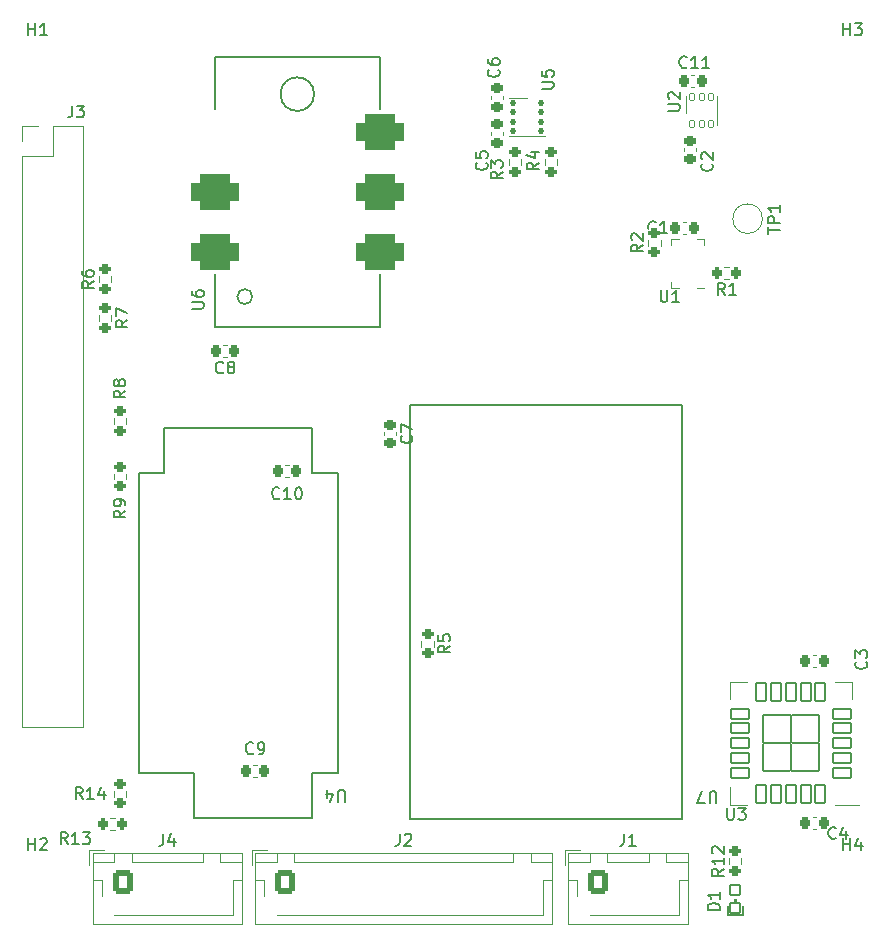
<source format=gbr>
%TF.GenerationSoftware,KiCad,Pcbnew,(6.0.1)*%
%TF.CreationDate,2023-01-07T23:02:53-08:00*%
%TF.ProjectId,Air Quality Sensor - R1,41697220-5175-4616-9c69-74792053656e,rev?*%
%TF.SameCoordinates,Original*%
%TF.FileFunction,Legend,Top*%
%TF.FilePolarity,Positive*%
%FSLAX46Y46*%
G04 Gerber Fmt 4.6, Leading zero omitted, Abs format (unit mm)*
G04 Created by KiCad (PCBNEW (6.0.1)) date 2023-01-07 23:02:53*
%MOMM*%
%LPD*%
G01*
G04 APERTURE LIST*
G04 Aperture macros list*
%AMRoundRect*
0 Rectangle with rounded corners*
0 $1 Rounding radius*
0 $2 $3 $4 $5 $6 $7 $8 $9 X,Y pos of 4 corners*
0 Add a 4 corners polygon primitive as box body*
4,1,4,$2,$3,$4,$5,$6,$7,$8,$9,$2,$3,0*
0 Add four circle primitives for the rounded corners*
1,1,$1+$1,$2,$3*
1,1,$1+$1,$4,$5*
1,1,$1+$1,$6,$7*
1,1,$1+$1,$8,$9*
0 Add four rect primitives between the rounded corners*
20,1,$1+$1,$2,$3,$4,$5,0*
20,1,$1+$1,$4,$5,$6,$7,0*
20,1,$1+$1,$6,$7,$8,$9,0*
20,1,$1+$1,$8,$9,$2,$3,0*%
%AMOutline4P*
0 Free polygon, 4 corners , with rotation*
0 The origin of the aperture is its center*
0 number of corners: always 4*
0 $1 to $8 corner X, Y*
0 $9 Rotation angle, in degrees counterclockwise*
0 create outline with 4 corners*
4,1,4,$1,$2,$3,$4,$5,$6,$7,$8,$1,$2,$9*%
%AMFreePoly0*
4,1,31,0.644127,0.901197,0.647663,0.899733,0.674733,0.872663,0.676197,0.869127,0.680000,0.850000,0.680000,-0.850000,0.676197,-0.869127,0.674733,-0.872663,0.647663,-0.899733,0.644127,-0.901197,0.625000,-0.905000,-0.625000,-0.905000,-0.644127,-0.901197,-0.647663,-0.899733,-0.674733,-0.872663,-0.676197,-0.869127,-0.680000,-0.850000,-0.680000,0.549998,-0.675515,0.549998,-0.676193,0.569138,
-0.674728,0.572674,-0.663891,0.588891,-0.363891,0.888890,-0.363891,0.888891,-0.347663,0.899733,-0.345895,0.900465,-0.344149,0.901189,-0.324998,0.900512,-0.324998,0.905000,0.625000,0.905000,0.644127,0.901197,0.644127,0.901197,$1*%
G04 Aperture macros list end*
%ADD10C,0.150000*%
%ADD11C,0.120000*%
%ADD12C,0.100000*%
%ADD13RoundRect,0.200000X0.275000X-0.200000X0.275000X0.200000X-0.275000X0.200000X-0.275000X-0.200000X0*%
%ADD14RoundRect,0.200000X0.200000X0.275000X-0.200000X0.275000X-0.200000X-0.275000X0.200000X-0.275000X0*%
%ADD15RoundRect,0.200000X-0.275000X0.200000X-0.275000X-0.200000X0.275000X-0.200000X0.275000X0.200000X0*%
%ADD16RoundRect,0.225000X-0.225000X-0.250000X0.225000X-0.250000X0.225000X0.250000X-0.225000X0.250000X0*%
%ADD17RoundRect,0.225000X0.225000X0.250000X-0.225000X0.250000X-0.225000X-0.250000X0.225000X-0.250000X0*%
%ADD18RoundRect,0.225000X-0.250000X0.225000X-0.250000X-0.225000X0.250000X-0.225000X0.250000X0.225000X0*%
%ADD19C,0.800000*%
%ADD20C,6.400000*%
%ADD21C,5.000000*%
%ADD22R,1.700000X1.700000*%
%ADD23O,1.700000X1.700000*%
%ADD24O,1.700000X1.950000*%
%ADD25RoundRect,0.250000X-0.600000X-0.725000X0.600000X-0.725000X0.600000X0.725000X-0.600000X0.725000X0*%
%ADD26C,1.200000*%
%ADD27FreePoly0,90.000000*%
%ADD28RoundRect,0.050000X0.200000X-0.275000X0.200000X0.275000X-0.200000X0.275000X-0.200000X-0.275000X0*%
%ADD29RoundRect,0.125000X-0.137500X0.125000X-0.137500X-0.125000X0.137500X-0.125000X0.137500X0.125000X0*%
%ADD30C,2.200000*%
%ADD31R,1.778000X1.778000*%
%ADD32C,1.778000*%
%ADD33R,4.000000X3.000000*%
%ADD34RoundRect,0.750000X-1.250000X-0.750000X1.250000X-0.750000X1.250000X0.750000X-1.250000X0.750000X0*%
%ADD35R,1.000000X0.300000*%
%ADD36Outline4P,-0.650000X-0.150000X0.650000X-0.150000X0.350000X0.150000X-0.350000X0.150000X180.000000*%
%ADD37R,1.300000X2.200000*%
%ADD38R,0.600000X0.400000*%
%ADD39RoundRect,0.100000X-0.750000X0.400000X-0.750000X-0.400000X0.750000X-0.400000X0.750000X0.400000X0*%
%ADD40RoundRect,0.100000X0.400000X0.750000X-0.400000X0.750000X-0.400000X-0.750000X0.400000X-0.750000X0*%
%ADD41RoundRect,0.100000X1.200000X1.200000X-1.200000X1.200000X-1.200000X-1.200000X1.200000X-1.200000X0*%
%ADD42C,1.905000*%
%ADD43R,1.905000X1.905000*%
%ADD44RoundRect,0.225000X0.250000X-0.225000X0.250000X0.225000X-0.250000X0.225000X-0.250000X-0.225000X0*%
%ADD45C,2.000000*%
%ADD46RoundRect,0.101600X0.400000X0.400000X-0.400000X0.400000X-0.400000X-0.400000X0.400000X-0.400000X0*%
%ADD47C,0.889000*%
G04 APERTURE END LIST*
D10*
%TO.C,R14*%
X6817130Y11069519D02*
X6483797Y11545709D01*
X6245702Y11069519D02*
X6245702Y12069519D01*
X6626654Y12069519D01*
X6721892Y12021900D01*
X6769511Y11974280D01*
X6817130Y11879042D01*
X6817130Y11736185D01*
X6769511Y11640947D01*
X6721892Y11593328D01*
X6626654Y11545709D01*
X6245702Y11545709D01*
X7769511Y11069519D02*
X7198083Y11069519D01*
X7483797Y11069519D02*
X7483797Y12069519D01*
X7388559Y11926661D01*
X7293321Y11831423D01*
X7198083Y11783804D01*
X8626654Y11736185D02*
X8626654Y11069519D01*
X8388559Y12117138D02*
X8150464Y11402852D01*
X8769511Y11402852D01*
%TO.C,R13*%
X5547130Y7259519D02*
X5213797Y7735709D01*
X4975702Y7259519D02*
X4975702Y8259519D01*
X5356654Y8259519D01*
X5451892Y8211900D01*
X5499511Y8164280D01*
X5547130Y8069042D01*
X5547130Y7926185D01*
X5499511Y7830947D01*
X5451892Y7783328D01*
X5356654Y7735709D01*
X4975702Y7735709D01*
X6499511Y7259519D02*
X5928083Y7259519D01*
X6213797Y7259519D02*
X6213797Y8259519D01*
X6118559Y8116661D01*
X6023321Y8021423D01*
X5928083Y7973804D01*
X6832845Y8259519D02*
X7451892Y8259519D01*
X7118559Y7878566D01*
X7261416Y7878566D01*
X7356654Y7830947D01*
X7404273Y7783328D01*
X7451892Y7688090D01*
X7451892Y7449995D01*
X7404273Y7354757D01*
X7356654Y7307138D01*
X7261416Y7259519D01*
X6975702Y7259519D01*
X6880464Y7307138D01*
X6832845Y7354757D01*
%TO.C,R12*%
X61092368Y5164042D02*
X60616178Y4830709D01*
X61092368Y4592614D02*
X60092368Y4592614D01*
X60092368Y4973566D01*
X60139988Y5068804D01*
X60187607Y5116423D01*
X60282845Y5164042D01*
X60425702Y5164042D01*
X60520940Y5116423D01*
X60568559Y5068804D01*
X60616178Y4973566D01*
X60616178Y4592614D01*
X61092368Y6116423D02*
X61092368Y5544995D01*
X61092368Y5830709D02*
X60092368Y5830709D01*
X60235226Y5735471D01*
X60330464Y5640233D01*
X60378083Y5544995D01*
X60187607Y6497376D02*
X60139988Y6544995D01*
X60092368Y6640233D01*
X60092368Y6878328D01*
X60139988Y6973566D01*
X60187607Y7021185D01*
X60282845Y7068804D01*
X60378083Y7068804D01*
X60520940Y7021185D01*
X61092368Y6449757D01*
X61092368Y7068804D01*
%TO.C,R9*%
X10452368Y35485233D02*
X9976178Y35151900D01*
X10452368Y34913804D02*
X9452368Y34913804D01*
X9452368Y35294757D01*
X9499988Y35389995D01*
X9547607Y35437614D01*
X9642845Y35485233D01*
X9785702Y35485233D01*
X9880940Y35437614D01*
X9928559Y35389995D01*
X9976178Y35294757D01*
X9976178Y34913804D01*
X10452368Y35961423D02*
X10452368Y36151900D01*
X10404749Y36247138D01*
X10357130Y36294757D01*
X10214273Y36389995D01*
X10023797Y36437614D01*
X9642845Y36437614D01*
X9547607Y36389995D01*
X9499988Y36342376D01*
X9452368Y36247138D01*
X9452368Y36056661D01*
X9499988Y35961423D01*
X9547607Y35913804D01*
X9642845Y35866185D01*
X9880940Y35866185D01*
X9976178Y35913804D01*
X10023797Y35961423D01*
X10071416Y36056661D01*
X10071416Y36247138D01*
X10023797Y36342376D01*
X9976178Y36389995D01*
X9880940Y36437614D01*
%TO.C,R8*%
X10452368Y45645233D02*
X9976178Y45311900D01*
X10452368Y45073804D02*
X9452368Y45073804D01*
X9452368Y45454757D01*
X9499988Y45549995D01*
X9547607Y45597614D01*
X9642845Y45645233D01*
X9785702Y45645233D01*
X9880940Y45597614D01*
X9928559Y45549995D01*
X9976178Y45454757D01*
X9976178Y45073804D01*
X9880940Y46216661D02*
X9833321Y46121423D01*
X9785702Y46073804D01*
X9690464Y46026185D01*
X9642845Y46026185D01*
X9547607Y46073804D01*
X9499988Y46121423D01*
X9452368Y46216661D01*
X9452368Y46407138D01*
X9499988Y46502376D01*
X9547607Y46549995D01*
X9642845Y46597614D01*
X9690464Y46597614D01*
X9785702Y46549995D01*
X9833321Y46502376D01*
X9880940Y46407138D01*
X9880940Y46216661D01*
X9928559Y46121423D01*
X9976178Y46073804D01*
X10071416Y46026185D01*
X10261892Y46026185D01*
X10357130Y46073804D01*
X10404749Y46121423D01*
X10452368Y46216661D01*
X10452368Y46407138D01*
X10404749Y46502376D01*
X10357130Y46549995D01*
X10261892Y46597614D01*
X10071416Y46597614D01*
X9976178Y46549995D01*
X9928559Y46502376D01*
X9880940Y46407138D01*
%TO.C,R7*%
X10612368Y51614233D02*
X10136178Y51280900D01*
X10612368Y51042804D02*
X9612368Y51042804D01*
X9612368Y51423757D01*
X9659988Y51518995D01*
X9707607Y51566614D01*
X9802845Y51614233D01*
X9945702Y51614233D01*
X10040940Y51566614D01*
X10088559Y51518995D01*
X10136178Y51423757D01*
X10136178Y51042804D01*
X9612368Y51947566D02*
X9612368Y52614233D01*
X10612368Y52185661D01*
%TO.C,R6*%
X7752368Y54916233D02*
X7276178Y54582900D01*
X7752368Y54344804D02*
X6752368Y54344804D01*
X6752368Y54725757D01*
X6799988Y54820995D01*
X6847607Y54868614D01*
X6942845Y54916233D01*
X7085702Y54916233D01*
X7180940Y54868614D01*
X7228559Y54820995D01*
X7276178Y54725757D01*
X7276178Y54344804D01*
X6752368Y55773376D02*
X6752368Y55582900D01*
X6799988Y55487661D01*
X6847607Y55440042D01*
X6990464Y55344804D01*
X7180940Y55297185D01*
X7561892Y55297185D01*
X7657130Y55344804D01*
X7704749Y55392423D01*
X7752368Y55487661D01*
X7752368Y55678138D01*
X7704749Y55773376D01*
X7657130Y55820995D01*
X7561892Y55868614D01*
X7323797Y55868614D01*
X7228559Y55820995D01*
X7180940Y55773376D01*
X7133321Y55678138D01*
X7133321Y55487661D01*
X7180940Y55392423D01*
X7228559Y55344804D01*
X7323797Y55297185D01*
%TO.C,R5*%
X37917368Y24055233D02*
X37441178Y23721900D01*
X37917368Y23483804D02*
X36917368Y23483804D01*
X36917368Y23864757D01*
X36964988Y23959995D01*
X37012607Y24007614D01*
X37107845Y24055233D01*
X37250702Y24055233D01*
X37345940Y24007614D01*
X37393559Y23959995D01*
X37441178Y23864757D01*
X37441178Y23483804D01*
X36917368Y24959995D02*
X36917368Y24483804D01*
X37393559Y24436185D01*
X37345940Y24483804D01*
X37298321Y24579042D01*
X37298321Y24817138D01*
X37345940Y24912376D01*
X37393559Y24959995D01*
X37488797Y25007614D01*
X37726892Y25007614D01*
X37822130Y24959995D01*
X37869749Y24912376D01*
X37917368Y24817138D01*
X37917368Y24579042D01*
X37869749Y24483804D01*
X37822130Y24436185D01*
%TO.C,C10*%
X23484642Y36564757D02*
X23437023Y36517138D01*
X23294166Y36469519D01*
X23198928Y36469519D01*
X23056071Y36517138D01*
X22960833Y36612376D01*
X22913214Y36707614D01*
X22865595Y36898090D01*
X22865595Y37040947D01*
X22913214Y37231423D01*
X22960833Y37326661D01*
X23056071Y37421900D01*
X23198928Y37469519D01*
X23294166Y37469519D01*
X23437023Y37421900D01*
X23484642Y37374280D01*
X24437023Y36469519D02*
X23865595Y36469519D01*
X24151309Y36469519D02*
X24151309Y37469519D01*
X24056071Y37326661D01*
X23960833Y37231423D01*
X23865595Y37183804D01*
X25056071Y37469519D02*
X25151309Y37469519D01*
X25246547Y37421900D01*
X25294166Y37374280D01*
X25341785Y37279042D01*
X25389404Y37088566D01*
X25389404Y36850471D01*
X25341785Y36659995D01*
X25294166Y36564757D01*
X25246547Y36517138D01*
X25151309Y36469519D01*
X25056071Y36469519D01*
X24960833Y36517138D01*
X24913214Y36564757D01*
X24865595Y36659995D01*
X24817976Y36850471D01*
X24817976Y37088566D01*
X24865595Y37279042D01*
X24913214Y37374280D01*
X24960833Y37421900D01*
X25056071Y37469519D01*
%TO.C,C9*%
X21263321Y14974757D02*
X21215702Y14927138D01*
X21072845Y14879519D01*
X20977607Y14879519D01*
X20834749Y14927138D01*
X20739511Y15022376D01*
X20691892Y15117614D01*
X20644273Y15308090D01*
X20644273Y15450947D01*
X20691892Y15641423D01*
X20739511Y15736661D01*
X20834749Y15831900D01*
X20977607Y15879519D01*
X21072845Y15879519D01*
X21215702Y15831900D01*
X21263321Y15784280D01*
X21739511Y14879519D02*
X21929988Y14879519D01*
X22025226Y14927138D01*
X22072845Y14974757D01*
X22168083Y15117614D01*
X22215702Y15308090D01*
X22215702Y15689042D01*
X22168083Y15784280D01*
X22120464Y15831900D01*
X22025226Y15879519D01*
X21834749Y15879519D01*
X21739511Y15831900D01*
X21691892Y15784280D01*
X21644273Y15689042D01*
X21644273Y15450947D01*
X21691892Y15355709D01*
X21739511Y15308090D01*
X21834749Y15260471D01*
X22025226Y15260471D01*
X22120464Y15308090D01*
X22168083Y15355709D01*
X22215702Y15450947D01*
%TO.C,C8*%
X18723321Y47199757D02*
X18675702Y47152138D01*
X18532845Y47104519D01*
X18437607Y47104519D01*
X18294749Y47152138D01*
X18199511Y47247376D01*
X18151892Y47342614D01*
X18104273Y47533090D01*
X18104273Y47675947D01*
X18151892Y47866423D01*
X18199511Y47961661D01*
X18294749Y48056900D01*
X18437607Y48104519D01*
X18532845Y48104519D01*
X18675702Y48056900D01*
X18723321Y48009280D01*
X19294749Y47675947D02*
X19199511Y47723566D01*
X19151892Y47771185D01*
X19104273Y47866423D01*
X19104273Y47914042D01*
X19151892Y48009280D01*
X19199511Y48056900D01*
X19294749Y48104519D01*
X19485226Y48104519D01*
X19580464Y48056900D01*
X19628083Y48009280D01*
X19675702Y47914042D01*
X19675702Y47866423D01*
X19628083Y47771185D01*
X19580464Y47723566D01*
X19485226Y47675947D01*
X19294749Y47675947D01*
X19199511Y47628328D01*
X19151892Y47580709D01*
X19104273Y47485471D01*
X19104273Y47294995D01*
X19151892Y47199757D01*
X19199511Y47152138D01*
X19294749Y47104519D01*
X19485226Y47104519D01*
X19580464Y47152138D01*
X19628083Y47199757D01*
X19675702Y47294995D01*
X19675702Y47485471D01*
X19628083Y47580709D01*
X19580464Y47628328D01*
X19485226Y47675947D01*
%TO.C,C7*%
X34647130Y41835233D02*
X34694749Y41787614D01*
X34742368Y41644757D01*
X34742368Y41549519D01*
X34694749Y41406661D01*
X34599511Y41311423D01*
X34504273Y41263804D01*
X34313797Y41216185D01*
X34170940Y41216185D01*
X33980464Y41263804D01*
X33885226Y41311423D01*
X33789988Y41406661D01*
X33742368Y41549519D01*
X33742368Y41644757D01*
X33789988Y41787614D01*
X33837607Y41835233D01*
X33742368Y42168566D02*
X33742368Y42835233D01*
X34742368Y42406661D01*
%TO.C,H4*%
X71238095Y6747619D02*
X71238095Y7747619D01*
X71238095Y7271428D02*
X71809523Y7271428D01*
X71809523Y6747619D02*
X71809523Y7747619D01*
X72714285Y7414285D02*
X72714285Y6747619D01*
X72476190Y7795238D02*
X72238095Y7080952D01*
X72857142Y7080952D01*
%TO.C,H3*%
X71238095Y75747619D02*
X71238095Y76747619D01*
X71238095Y76271428D02*
X71809523Y76271428D01*
X71809523Y75747619D02*
X71809523Y76747619D01*
X72190476Y76747619D02*
X72809523Y76747619D01*
X72476190Y76366666D01*
X72619047Y76366666D01*
X72714285Y76319047D01*
X72761904Y76271428D01*
X72809523Y76176190D01*
X72809523Y75938095D01*
X72761904Y75842857D01*
X72714285Y75795238D01*
X72619047Y75747619D01*
X72333333Y75747619D01*
X72238095Y75795238D01*
X72190476Y75842857D01*
%TO.C,H2*%
X2238095Y6747619D02*
X2238095Y7747619D01*
X2238095Y7271428D02*
X2809523Y7271428D01*
X2809523Y6747619D02*
X2809523Y7747619D01*
X3238095Y7652380D02*
X3285714Y7700000D01*
X3380952Y7747619D01*
X3619047Y7747619D01*
X3714285Y7700000D01*
X3761904Y7652380D01*
X3809523Y7557142D01*
X3809523Y7461904D01*
X3761904Y7319047D01*
X3190476Y6747619D01*
X3809523Y6747619D01*
%TO.C,H1*%
X2238095Y75747619D02*
X2238095Y76747619D01*
X2238095Y76271428D02*
X2809523Y76271428D01*
X2809523Y75747619D02*
X2809523Y76747619D01*
X3809523Y75747619D02*
X3238095Y75747619D01*
X3523809Y75747619D02*
X3523809Y76747619D01*
X3428571Y76604761D01*
X3333333Y76509523D01*
X3238095Y76461904D01*
%TO.C,*%
%TO.C,J3*%
X5934654Y69778519D02*
X5934654Y69064233D01*
X5887035Y68921376D01*
X5791797Y68826138D01*
X5648940Y68778519D01*
X5553702Y68778519D01*
X6315607Y69778519D02*
X6934654Y69778519D01*
X6601321Y69397566D01*
X6744178Y69397566D01*
X6839416Y69349947D01*
X6887035Y69302328D01*
X6934654Y69207090D01*
X6934654Y68968995D01*
X6887035Y68873757D01*
X6839416Y68826138D01*
X6744178Y68778519D01*
X6458464Y68778519D01*
X6363226Y68826138D01*
X6315607Y68873757D01*
%TO.C,*%
%TO.C,C3*%
X73151142Y22703333D02*
X73198761Y22655714D01*
X73246380Y22512857D01*
X73246380Y22417619D01*
X73198761Y22274761D01*
X73103523Y22179523D01*
X73008285Y22131904D01*
X72817809Y22084285D01*
X72674952Y22084285D01*
X72484476Y22131904D01*
X72389238Y22179523D01*
X72294000Y22274761D01*
X72246380Y22417619D01*
X72246380Y22512857D01*
X72294000Y22655714D01*
X72341619Y22703333D01*
X72246380Y23036666D02*
X72246380Y23655714D01*
X72627333Y23322380D01*
X72627333Y23465238D01*
X72674952Y23560476D01*
X72722571Y23608095D01*
X72817809Y23655714D01*
X73055904Y23655714D01*
X73151142Y23608095D01*
X73198761Y23560476D01*
X73246380Y23465238D01*
X73246380Y23179523D01*
X73198761Y23084285D01*
X73151142Y23036666D01*
%TO.C,J4*%
X13666666Y8122619D02*
X13666666Y7408333D01*
X13619047Y7265476D01*
X13523809Y7170238D01*
X13380952Y7122619D01*
X13285714Y7122619D01*
X14571428Y7789285D02*
X14571428Y7122619D01*
X14333333Y8170238D02*
X14095238Y7455952D01*
X14714285Y7455952D01*
%TO.C,C2*%
X60105642Y64865333D02*
X60153261Y64817714D01*
X60200880Y64674857D01*
X60200880Y64579619D01*
X60153261Y64436761D01*
X60058023Y64341523D01*
X59962785Y64293904D01*
X59772309Y64246285D01*
X59629452Y64246285D01*
X59438976Y64293904D01*
X59343738Y64341523D01*
X59248500Y64436761D01*
X59200880Y64579619D01*
X59200880Y64674857D01*
X59248500Y64817714D01*
X59296119Y64865333D01*
X59296119Y65246285D02*
X59248500Y65293904D01*
X59200880Y65389142D01*
X59200880Y65627238D01*
X59248500Y65722476D01*
X59296119Y65770095D01*
X59391357Y65817714D01*
X59486595Y65817714D01*
X59629452Y65770095D01*
X60200880Y65198666D01*
X60200880Y65817714D01*
%TO.C,C11*%
X57976222Y73056857D02*
X57928603Y73009238D01*
X57785746Y72961619D01*
X57690508Y72961619D01*
X57547651Y73009238D01*
X57452413Y73104476D01*
X57404794Y73199714D01*
X57357175Y73390190D01*
X57357175Y73533047D01*
X57404794Y73723523D01*
X57452413Y73818761D01*
X57547651Y73914000D01*
X57690508Y73961619D01*
X57785746Y73961619D01*
X57928603Y73914000D01*
X57976222Y73866380D01*
X58928603Y72961619D02*
X58357175Y72961619D01*
X58642889Y72961619D02*
X58642889Y73961619D01*
X58547651Y73818761D01*
X58452413Y73723523D01*
X58357175Y73675904D01*
X59880984Y72961619D02*
X59309556Y72961619D01*
X59595270Y72961619D02*
X59595270Y73961619D01*
X59500032Y73818761D01*
X59404794Y73723523D01*
X59309556Y73675904D01*
%TO.C,C1*%
X55343333Y59090857D02*
X55295714Y59043238D01*
X55152857Y58995619D01*
X55057619Y58995619D01*
X54914761Y59043238D01*
X54819523Y59138476D01*
X54771904Y59233714D01*
X54724285Y59424190D01*
X54724285Y59567047D01*
X54771904Y59757523D01*
X54819523Y59852761D01*
X54914761Y59948000D01*
X55057619Y59995619D01*
X55152857Y59995619D01*
X55295714Y59948000D01*
X55343333Y59900380D01*
X56295714Y58995619D02*
X55724285Y58995619D01*
X56010000Y58995619D02*
X56010000Y59995619D01*
X55914761Y59852761D01*
X55819523Y59757523D01*
X55724285Y59709904D01*
%TO.C,U2*%
X56406880Y69350095D02*
X57216404Y69350095D01*
X57311642Y69397714D01*
X57359261Y69445333D01*
X57406880Y69540571D01*
X57406880Y69731047D01*
X57359261Y69826285D01*
X57311642Y69873904D01*
X57216404Y69921523D01*
X56406880Y69921523D01*
X56502119Y70350095D02*
X56454500Y70397714D01*
X56406880Y70492952D01*
X56406880Y70731047D01*
X56454500Y70826285D01*
X56502119Y70873904D01*
X56597357Y70921523D01*
X56692595Y70921523D01*
X56835452Y70873904D01*
X57406880Y70302476D01*
X57406880Y70921523D01*
%TO.C,J2*%
X33666666Y8122619D02*
X33666666Y7408333D01*
X33619047Y7265476D01*
X33523809Y7170238D01*
X33380952Y7122619D01*
X33285714Y7122619D01*
X34095238Y8027380D02*
X34142857Y8075000D01*
X34238095Y8122619D01*
X34476190Y8122619D01*
X34571428Y8075000D01*
X34619047Y8027380D01*
X34666666Y7932142D01*
X34666666Y7836904D01*
X34619047Y7694047D01*
X34047619Y7122619D01*
X34666666Y7122619D01*
%TO.C,U5*%
X45698380Y71223095D02*
X46507904Y71223095D01*
X46603142Y71270714D01*
X46650761Y71318333D01*
X46698380Y71413571D01*
X46698380Y71604047D01*
X46650761Y71699285D01*
X46603142Y71746904D01*
X46507904Y71794523D01*
X45698380Y71794523D01*
X45698380Y72746904D02*
X45698380Y72270714D01*
X46174571Y72223095D01*
X46126952Y72270714D01*
X46079333Y72365952D01*
X46079333Y72604047D01*
X46126952Y72699285D01*
X46174571Y72746904D01*
X46269809Y72794523D01*
X46507904Y72794523D01*
X46603142Y72746904D01*
X46650761Y72699285D01*
X46698380Y72604047D01*
X46698380Y72365952D01*
X46650761Y72270714D01*
X46603142Y72223095D01*
%TO.C,U7*%
X60477904Y10714880D02*
X60477904Y11524404D01*
X60430285Y11619642D01*
X60382666Y11667261D01*
X60287428Y11714880D01*
X60096952Y11714880D01*
X60001714Y11667261D01*
X59954095Y11619642D01*
X59906476Y11524404D01*
X59906476Y10714880D01*
X59525523Y10714880D02*
X58858857Y10714880D01*
X59287428Y11714880D01*
%TO.C,U6*%
X16070380Y52594095D02*
X16879904Y52594095D01*
X16975142Y52641714D01*
X17022761Y52689333D01*
X17070380Y52784571D01*
X17070380Y52975047D01*
X17022761Y53070285D01*
X16975142Y53117904D01*
X16879904Y53165523D01*
X16070380Y53165523D01*
X16070380Y54070285D02*
X16070380Y53879809D01*
X16118000Y53784571D01*
X16165619Y53736952D01*
X16308476Y53641714D01*
X16498952Y53594095D01*
X16879904Y53594095D01*
X16975142Y53641714D01*
X17022761Y53689333D01*
X17070380Y53784571D01*
X17070380Y53975047D01*
X17022761Y54070285D01*
X16975142Y54117904D01*
X16879904Y54165523D01*
X16641809Y54165523D01*
X16546571Y54117904D01*
X16498952Y54070285D01*
X16451333Y53975047D01*
X16451333Y53784571D01*
X16498952Y53689333D01*
X16546571Y53641714D01*
X16641809Y53594095D01*
%TO.C,R4*%
X45428380Y64960333D02*
X44952190Y64627000D01*
X45428380Y64388904D02*
X44428380Y64388904D01*
X44428380Y64769857D01*
X44476000Y64865095D01*
X44523619Y64912714D01*
X44618857Y64960333D01*
X44761714Y64960333D01*
X44856952Y64912714D01*
X44904571Y64865095D01*
X44952190Y64769857D01*
X44952190Y64388904D01*
X44761714Y65817476D02*
X45428380Y65817476D01*
X44380761Y65579380D02*
X45095047Y65341285D01*
X45095047Y65960333D01*
%TO.C,R3*%
X42380380Y64198333D02*
X41904190Y63865000D01*
X42380380Y63626904D02*
X41380380Y63626904D01*
X41380380Y64007857D01*
X41428000Y64103095D01*
X41475619Y64150714D01*
X41570857Y64198333D01*
X41713714Y64198333D01*
X41808952Y64150714D01*
X41856571Y64103095D01*
X41904190Y64007857D01*
X41904190Y63626904D01*
X41380380Y64531666D02*
X41380380Y65150714D01*
X41761333Y64817380D01*
X41761333Y64960238D01*
X41808952Y65055476D01*
X41856571Y65103095D01*
X41951809Y65150714D01*
X42189904Y65150714D01*
X42285142Y65103095D01*
X42332761Y65055476D01*
X42380380Y64960238D01*
X42380380Y64674523D01*
X42332761Y64579285D01*
X42285142Y64531666D01*
%TO.C,U1*%
X55764095Y54153619D02*
X55764095Y53344095D01*
X55811714Y53248857D01*
X55859333Y53201238D01*
X55954571Y53153619D01*
X56145047Y53153619D01*
X56240285Y53201238D01*
X56287904Y53248857D01*
X56335523Y53344095D01*
X56335523Y54153619D01*
X57335523Y53153619D02*
X56764095Y53153619D01*
X57049809Y53153619D02*
X57049809Y54153619D01*
X56954571Y54010761D01*
X56859333Y53915523D01*
X56764095Y53867904D01*
%TO.C,R1*%
X61185333Y53755619D02*
X60852000Y54231809D01*
X60613904Y53755619D02*
X60613904Y54755619D01*
X60994857Y54755619D01*
X61090095Y54708000D01*
X61137714Y54660380D01*
X61185333Y54565142D01*
X61185333Y54422285D01*
X61137714Y54327047D01*
X61090095Y54279428D01*
X60994857Y54231809D01*
X60613904Y54231809D01*
X62137714Y53755619D02*
X61566285Y53755619D01*
X61852000Y53755619D02*
X61852000Y54755619D01*
X61756761Y54612761D01*
X61661523Y54517523D01*
X61566285Y54469904D01*
%TO.C,U3*%
X61396095Y10321619D02*
X61396095Y9512095D01*
X61443714Y9416857D01*
X61491333Y9369238D01*
X61586571Y9321619D01*
X61777047Y9321619D01*
X61872285Y9369238D01*
X61919904Y9416857D01*
X61967523Y9512095D01*
X61967523Y10321619D01*
X62348476Y10321619D02*
X62967523Y10321619D01*
X62634190Y9940666D01*
X62777047Y9940666D01*
X62872285Y9893047D01*
X62919904Y9845428D01*
X62967523Y9750190D01*
X62967523Y9512095D01*
X62919904Y9416857D01*
X62872285Y9369238D01*
X62777047Y9321619D01*
X62491333Y9321619D01*
X62396095Y9369238D01*
X62348476Y9416857D01*
%TO.C,J1*%
X52666666Y8122619D02*
X52666666Y7408333D01*
X52619047Y7265476D01*
X52523809Y7170238D01*
X52380952Y7122619D01*
X52285714Y7122619D01*
X53666666Y7122619D02*
X53095238Y7122619D01*
X53380952Y7122619D02*
X53380952Y8122619D01*
X53285714Y7979761D01*
X53190476Y7884523D01*
X53095238Y7836904D01*
%TO.C,U4*%
X29016904Y10852380D02*
X29016904Y11661904D01*
X28969285Y11757142D01*
X28921666Y11804761D01*
X28826428Y11852380D01*
X28635952Y11852380D01*
X28540714Y11804761D01*
X28493095Y11757142D01*
X28445476Y11661904D01*
X28445476Y10852380D01*
X27540714Y11185714D02*
X27540714Y11852380D01*
X27778809Y10804761D02*
X28016904Y11519047D01*
X27397857Y11519047D01*
%TO.C,C5*%
X41015142Y64960333D02*
X41062761Y64912714D01*
X41110380Y64769857D01*
X41110380Y64674619D01*
X41062761Y64531761D01*
X40967523Y64436523D01*
X40872285Y64388904D01*
X40681809Y64341285D01*
X40538952Y64341285D01*
X40348476Y64388904D01*
X40253238Y64436523D01*
X40158000Y64531761D01*
X40110380Y64674619D01*
X40110380Y64769857D01*
X40158000Y64912714D01*
X40205619Y64960333D01*
X40110380Y65865095D02*
X40110380Y65388904D01*
X40586571Y65341285D01*
X40538952Y65388904D01*
X40491333Y65484142D01*
X40491333Y65722238D01*
X40538952Y65817476D01*
X40586571Y65865095D01*
X40681809Y65912714D01*
X40919904Y65912714D01*
X41015142Y65865095D01*
X41062761Y65817476D01*
X41110380Y65722238D01*
X41110380Y65484142D01*
X41062761Y65388904D01*
X41015142Y65341285D01*
%TO.C,C6*%
X42031142Y72834333D02*
X42078761Y72786714D01*
X42126380Y72643857D01*
X42126380Y72548619D01*
X42078761Y72405761D01*
X41983523Y72310523D01*
X41888285Y72262904D01*
X41697809Y72215285D01*
X41554952Y72215285D01*
X41364476Y72262904D01*
X41269238Y72310523D01*
X41174000Y72405761D01*
X41126380Y72548619D01*
X41126380Y72643857D01*
X41174000Y72786714D01*
X41221619Y72834333D01*
X41126380Y73691476D02*
X41126380Y73501000D01*
X41174000Y73405761D01*
X41221619Y73358142D01*
X41364476Y73262904D01*
X41554952Y73215285D01*
X41935904Y73215285D01*
X42031142Y73262904D01*
X42078761Y73310523D01*
X42126380Y73405761D01*
X42126380Y73596238D01*
X42078761Y73691476D01*
X42031142Y73739095D01*
X41935904Y73786714D01*
X41697809Y73786714D01*
X41602571Y73739095D01*
X41554952Y73691476D01*
X41507333Y73596238D01*
X41507333Y73405761D01*
X41554952Y73310523D01*
X41602571Y73262904D01*
X41697809Y73215285D01*
%TO.C,TP1*%
X64832380Y58948095D02*
X64832380Y59519523D01*
X65832380Y59233809D02*
X64832380Y59233809D01*
X65832380Y59852857D02*
X64832380Y59852857D01*
X64832380Y60233809D01*
X64880000Y60329047D01*
X64927619Y60376666D01*
X65022857Y60424285D01*
X65165714Y60424285D01*
X65260952Y60376666D01*
X65308571Y60329047D01*
X65356190Y60233809D01*
X65356190Y59852857D01*
X65832380Y61376666D02*
X65832380Y60805238D01*
X65832380Y61090952D02*
X64832380Y61090952D01*
X64975238Y60995714D01*
X65070476Y60900476D01*
X65118095Y60805238D01*
%TO.C,D1*%
X60752368Y1697495D02*
X59752368Y1697495D01*
X59752368Y1935590D01*
X59799988Y2078447D01*
X59895226Y2173685D01*
X59990464Y2221304D01*
X60180940Y2268923D01*
X60323797Y2268923D01*
X60514273Y2221304D01*
X60609511Y2173685D01*
X60704749Y2078447D01*
X60752368Y1935590D01*
X60752368Y1697495D01*
X60752368Y3221304D02*
X60752368Y2649876D01*
X60752368Y2935590D02*
X59752368Y2935590D01*
X59895226Y2840352D01*
X59990464Y2745114D01*
X60038083Y2649876D01*
%TO.C,R2*%
X54262880Y58008333D02*
X53786690Y57675000D01*
X54262880Y57436904D02*
X53262880Y57436904D01*
X53262880Y57817857D01*
X53310500Y57913095D01*
X53358119Y57960714D01*
X53453357Y58008333D01*
X53596214Y58008333D01*
X53691452Y57960714D01*
X53739071Y57913095D01*
X53786690Y57817857D01*
X53786690Y57436904D01*
X53358119Y58389285D02*
X53310500Y58436904D01*
X53262880Y58532142D01*
X53262880Y58770238D01*
X53310500Y58865476D01*
X53358119Y58913095D01*
X53453357Y58960714D01*
X53548595Y58960714D01*
X53691452Y58913095D01*
X54262880Y58341666D01*
X54262880Y58960714D01*
%TO.C,C4*%
X70595333Y7780857D02*
X70547714Y7733238D01*
X70404857Y7685619D01*
X70309619Y7685619D01*
X70166761Y7733238D01*
X70071523Y7828476D01*
X70023904Y7923714D01*
X69976285Y8114190D01*
X69976285Y8257047D01*
X70023904Y8447523D01*
X70071523Y8542761D01*
X70166761Y8638000D01*
X70309619Y8685619D01*
X70404857Y8685619D01*
X70547714Y8638000D01*
X70595333Y8590380D01*
X71452476Y8352285D02*
X71452476Y7685619D01*
X71214380Y8733238D02*
X70976285Y8018952D01*
X71595333Y8018952D01*
D11*
%TO.C,R14*%
X10522488Y11284642D02*
X10522488Y11759158D01*
X9477488Y11284642D02*
X9477488Y11759158D01*
%TO.C,R13*%
X9602246Y8459400D02*
X9127730Y8459400D01*
X9602246Y9504400D02*
X9127730Y9504400D01*
%TO.C,R12*%
X62592488Y5569642D02*
X62592488Y6044158D01*
X61547488Y5569642D02*
X61547488Y6044158D01*
%TO.C,R9*%
X10522488Y38144642D02*
X10522488Y38619158D01*
X9477488Y38144642D02*
X9477488Y38619158D01*
%TO.C,R8*%
X9477488Y43319158D02*
X9477488Y42844642D01*
X10522488Y43319158D02*
X10522488Y42844642D01*
%TO.C,R7*%
X8207488Y52018158D02*
X8207488Y51543642D01*
X9252488Y52018158D02*
X9252488Y51543642D01*
%TO.C,R6*%
X9252488Y54845642D02*
X9252488Y55320158D01*
X8207488Y54845642D02*
X8207488Y55320158D01*
%TO.C,R5*%
X35512488Y24459158D02*
X35512488Y23984642D01*
X36557488Y24459158D02*
X36557488Y23984642D01*
%TO.C,C10*%
X23986920Y38316900D02*
X24268080Y38316900D01*
X23986920Y39336900D02*
X24268080Y39336900D01*
%TO.C,C9*%
X21570568Y13936900D02*
X21289408Y13936900D01*
X21570568Y12916900D02*
X21289408Y12916900D01*
%TO.C,C8*%
X19030568Y49496900D02*
X18749408Y49496900D01*
X19030568Y48476900D02*
X18749408Y48476900D01*
%TO.C,C7*%
X32349988Y42142480D02*
X32349988Y41861320D01*
X33369988Y42142480D02*
X33369988Y41861320D01*
%TO.C,J3*%
X1684988Y17176900D02*
X6884988Y17176900D01*
X1684988Y65496900D02*
X4284988Y65496900D01*
X1684988Y66766900D02*
X1684988Y68096900D01*
X4284988Y68096900D02*
X6884988Y68096900D01*
X6884988Y68096900D02*
X6884988Y17176900D01*
X1684988Y65496900D02*
X1684988Y17176900D01*
X4284988Y65496900D02*
X4284988Y68096900D01*
X1684988Y68096900D02*
X3014988Y68096900D01*
%TO.C,C3*%
X68659420Y22290000D02*
X68940580Y22290000D01*
X68659420Y23310000D02*
X68940580Y23310000D01*
%TO.C,J4*%
X7700000Y6475000D02*
X7700000Y5725000D01*
X7400000Y6775000D02*
X7400000Y5525000D01*
X14000000Y1275000D02*
X9510000Y1275000D01*
X7700000Y5725000D02*
X9500000Y5725000D01*
X20300000Y4225000D02*
X19550000Y4225000D01*
X11000000Y6475000D02*
X11000000Y5725000D01*
X19550000Y4225000D02*
X19550000Y1275000D01*
X8650000Y6775000D02*
X7400000Y6775000D01*
X17000000Y5725000D02*
X17000000Y6475000D01*
X18500000Y5725000D02*
X20300000Y5725000D01*
X20300000Y5725000D02*
X20300000Y6475000D01*
X19550000Y1275000D02*
X14000000Y1275000D01*
X20310000Y6485000D02*
X7690000Y6485000D01*
X7700000Y4225000D02*
X8450000Y4225000D01*
X20310000Y515000D02*
X20310000Y6485000D01*
X8450000Y4225000D02*
X8450000Y2885000D01*
X9500000Y5725000D02*
X9500000Y6475000D01*
X7690000Y515000D02*
X20310000Y515000D01*
X20300000Y6475000D02*
X18500000Y6475000D01*
X9500000Y6475000D02*
X7700000Y6475000D01*
X18500000Y6475000D02*
X18500000Y5725000D01*
X11000000Y5725000D02*
X17000000Y5725000D01*
X17000000Y6475000D02*
X11000000Y6475000D01*
X7690000Y6485000D02*
X7690000Y515000D01*
%TO.C,C2*%
X58734500Y66188580D02*
X58734500Y65907420D01*
X57714500Y66188580D02*
X57714500Y65907420D01*
%TO.C,C11*%
X58619080Y71380000D02*
X58337920Y71380000D01*
X58619080Y72400000D02*
X58337920Y72400000D01*
%TO.C,C1*%
X57655420Y59958000D02*
X57936580Y59958000D01*
X57655420Y58938000D02*
X57936580Y58938000D01*
%TO.C,U2*%
X57920500Y70570000D02*
X57920500Y69130000D01*
X60560500Y70570000D02*
X60560500Y68130000D01*
%TO.C,J2*%
X23250000Y5725000D02*
X23250000Y6475000D01*
X21450000Y5725000D02*
X23250000Y5725000D01*
X23250000Y6475000D02*
X21450000Y6475000D01*
X21440000Y515000D02*
X46560000Y515000D01*
X44750000Y6475000D02*
X44750000Y5725000D01*
X22400000Y6775000D02*
X21150000Y6775000D01*
X43250000Y5725000D02*
X43250000Y6475000D01*
X43250000Y6475000D02*
X24750000Y6475000D01*
X45800000Y1275000D02*
X34000000Y1275000D01*
X21150000Y6775000D02*
X21150000Y5525000D01*
X24750000Y6475000D02*
X24750000Y5725000D01*
X46550000Y4225000D02*
X45800000Y4225000D01*
X46550000Y6475000D02*
X44750000Y6475000D01*
X34000000Y1275000D02*
X23260000Y1275000D01*
X22200000Y4225000D02*
X22200000Y2885000D01*
X46560000Y6485000D02*
X21440000Y6485000D01*
X21450000Y4225000D02*
X22200000Y4225000D01*
X46550000Y5725000D02*
X46550000Y6475000D01*
X44750000Y5725000D02*
X46550000Y5725000D01*
X24750000Y5725000D02*
X43250000Y5725000D01*
X45800000Y4225000D02*
X45800000Y1275000D01*
X21450000Y6475000D02*
X21450000Y5725000D01*
X21440000Y6485000D02*
X21440000Y515000D01*
X46560000Y515000D02*
X46560000Y6485000D01*
%TO.C,U5*%
X44468000Y70420000D02*
X42968000Y70420000D01*
X45968000Y67200000D02*
X42968000Y67200000D01*
D10*
%TO.C,U7*%
X34587500Y9412500D02*
X34587500Y44412500D01*
X34587500Y44412500D02*
X57587500Y44412500D01*
X57587500Y44412500D02*
X57587500Y9412500D01*
X57587500Y9412500D02*
X34587500Y9412500D01*
%TO.C,U6*%
X31985000Y73930000D02*
X31985000Y69485000D01*
X31985000Y55515000D02*
X31985000Y51070000D01*
X18015000Y73930000D02*
X31985000Y73930000D01*
X18015000Y69485000D02*
X18015000Y73930000D01*
X31985000Y51070000D02*
X18015000Y51070000D01*
X18015000Y51070000D02*
X18015000Y55515000D01*
X21190000Y53610000D02*
G75*
G03*
X21190000Y53610000I-635000J0D01*
G01*
X26419903Y70755000D02*
G75*
G03*
X26419903Y70755000I-1419903J0D01*
G01*
D11*
%TO.C,R4*%
X45977500Y64762742D02*
X45977500Y65237258D01*
X47022500Y64762742D02*
X47022500Y65237258D01*
%TO.C,R3*%
X43974500Y64762742D02*
X43974500Y65237258D01*
X42929500Y64762742D02*
X42929500Y65237258D01*
D12*
%TO.C,U1*%
X56650000Y54350000D02*
X56650000Y54830000D01*
X59450000Y58450000D02*
X58810000Y58450000D01*
X57290000Y54350000D02*
X56650000Y54350000D01*
X56650000Y57970000D02*
X56650000Y58450000D01*
X57290000Y58450000D02*
X56650000Y58450000D01*
X59450000Y54350000D02*
X58810000Y54350000D01*
X59450000Y57970000D02*
X59450000Y58450000D01*
D11*
%TO.C,R1*%
X61589258Y55115500D02*
X61114742Y55115500D01*
X61589258Y56160500D02*
X61114742Y56160500D01*
%TO.C,U3*%
X63050000Y10600000D02*
X61600000Y10600000D01*
X61600000Y21000000D02*
X61600000Y19550000D01*
X70550000Y10600000D02*
X72600000Y10600000D01*
X63050000Y21000000D02*
X61600000Y21000000D01*
X70550000Y21000000D02*
X72000000Y21000000D01*
X72000000Y21000000D02*
X72000000Y19550000D01*
X61600000Y10600000D02*
X61600000Y12050000D01*
%TO.C,J1*%
X54750000Y5725000D02*
X54750000Y6475000D01*
X47950000Y5725000D02*
X49750000Y5725000D01*
X56250000Y5725000D02*
X58050000Y5725000D01*
X49750000Y6475000D02*
X47950000Y6475000D01*
X58050000Y4225000D02*
X57300000Y4225000D01*
X47940000Y515000D02*
X58060000Y515000D01*
X47650000Y6775000D02*
X47650000Y5525000D01*
X47940000Y6485000D02*
X47940000Y515000D01*
X56250000Y6475000D02*
X56250000Y5725000D01*
X48900000Y6775000D02*
X47650000Y6775000D01*
X49750000Y5725000D02*
X49750000Y6475000D01*
X47950000Y4225000D02*
X48700000Y4225000D01*
X58050000Y5725000D02*
X58050000Y6475000D01*
X51250000Y6475000D02*
X51250000Y5725000D01*
X54750000Y6475000D02*
X51250000Y6475000D01*
X58060000Y6485000D02*
X47940000Y6485000D01*
X47950000Y6475000D02*
X47950000Y5725000D01*
X48700000Y4225000D02*
X48700000Y2885000D01*
X57300000Y4225000D02*
X57300000Y1275000D01*
X57300000Y1275000D02*
X53000000Y1275000D01*
X58060000Y515000D02*
X58060000Y6485000D01*
X51250000Y5725000D02*
X54750000Y5725000D01*
X53000000Y1275000D02*
X49760000Y1275000D01*
X58050000Y6475000D02*
X56250000Y6475000D01*
D10*
%TO.C,U4*%
X11570000Y13300000D02*
X16260000Y13300000D01*
X28430000Y38700000D02*
X26280000Y38700000D01*
X26280000Y13300000D02*
X28430000Y13300000D01*
X16260000Y9500000D02*
X26280000Y9500000D01*
X11570000Y38700000D02*
X11570000Y13300000D01*
X13720000Y42500000D02*
X13720000Y38700000D01*
X26280000Y38700000D02*
X26280000Y42500000D01*
X26280000Y9500000D02*
X26280000Y13300000D01*
X28430000Y13300000D02*
X28430000Y38700000D01*
X26280000Y42500000D02*
X13720000Y42500000D01*
X13720000Y38700000D02*
X11570000Y38700000D01*
X16260000Y13300000D02*
X16260000Y9500000D01*
D11*
%TO.C,C5*%
X42438000Y67566580D02*
X42438000Y67285420D01*
X41418000Y67566580D02*
X41418000Y67285420D01*
%TO.C,C6*%
X42438000Y70320420D02*
X42438000Y70601580D01*
X41418000Y70320420D02*
X41418000Y70601580D01*
%TO.C,TP1*%
X64381000Y60210000D02*
G75*
G03*
X64381000Y60210000I-1251000J0D01*
G01*
%TO.C,D1*%
G36*
X62194988Y2381900D02*
G01*
X61944988Y2381900D01*
X61944988Y2631900D01*
X62194988Y2631900D01*
X62194988Y2381900D01*
G37*
D10*
X61434988Y1234900D02*
X61434988Y1996900D01*
X62704988Y1234900D02*
X61434988Y1234900D01*
X62704988Y1996900D02*
X62704988Y1234900D01*
D11*
%TO.C,R2*%
X54718000Y57937742D02*
X54718000Y58412258D01*
X55763000Y57937742D02*
X55763000Y58412258D01*
%TO.C,C4*%
X68659420Y9594000D02*
X68940580Y9594000D01*
X68659420Y8574000D02*
X68940580Y8574000D01*
%TD*%
%LPC*%
D13*
%TO.C,R14*%
X9999988Y10696900D03*
X9999988Y12346900D03*
%TD*%
D14*
%TO.C,R13*%
X8539988Y8981900D03*
X10189988Y8981900D03*
%TD*%
D13*
%TO.C,R12*%
X62069988Y4981900D03*
X62069988Y6631900D03*
%TD*%
%TO.C,R9*%
X9999988Y37556900D03*
X9999988Y39206900D03*
%TD*%
D15*
%TO.C,R8*%
X9999988Y43906900D03*
X9999988Y42256900D03*
%TD*%
%TO.C,R7*%
X8729988Y52605900D03*
X8729988Y50955900D03*
%TD*%
D13*
%TO.C,R6*%
X8729988Y54257900D03*
X8729988Y55907900D03*
%TD*%
D15*
%TO.C,R5*%
X36034988Y25046900D03*
X36034988Y23396900D03*
%TD*%
D16*
%TO.C,C10*%
X23352500Y38826900D03*
X24902500Y38826900D03*
%TD*%
D17*
%TO.C,C9*%
X22204988Y13426900D03*
X20654988Y13426900D03*
%TD*%
%TO.C,C8*%
X19664988Y48986900D03*
X18114988Y48986900D03*
%TD*%
D18*
%TO.C,C7*%
X32859988Y42776900D03*
X32859988Y41226900D03*
%TD*%
D19*
%TO.C,H4*%
X72000000Y5400000D03*
X73697056Y1302944D03*
X73697056Y4697056D03*
X74400000Y3000000D03*
D20*
X72000000Y3000000D03*
D19*
X72000000Y600000D03*
X70302944Y4697056D03*
X70302944Y1302944D03*
X69600000Y3000000D03*
%TD*%
%TO.C,H3*%
X72000000Y74400000D03*
X73697056Y70302944D03*
X73697056Y73697056D03*
X74400000Y72000000D03*
D20*
X72000000Y72000000D03*
D19*
X72000000Y69600000D03*
X70302944Y73697056D03*
X70302944Y70302944D03*
X69600000Y72000000D03*
%TD*%
%TO.C,H2*%
X3000000Y5400000D03*
X4697056Y1302944D03*
X4697056Y4697056D03*
X5400000Y3000000D03*
D20*
X3000000Y3000000D03*
D19*
X3000000Y600000D03*
X1302944Y4697056D03*
X1302944Y1302944D03*
X600000Y3000000D03*
%TD*%
%TO.C,H1*%
X3000000Y74400000D03*
X4697056Y70302944D03*
X4697056Y73697056D03*
X5400000Y72000000D03*
D20*
X3000000Y72000000D03*
D19*
X3000000Y69600000D03*
X1302944Y73697056D03*
X1302944Y70302944D03*
X600000Y72000000D03*
%TD*%
D21*
%TO.C,*%
X72000000Y72000000D03*
%TD*%
D22*
%TO.C,J3*%
X3014988Y66766900D03*
D23*
X5554988Y66766900D03*
X3014988Y64226900D03*
X5554988Y64226900D03*
X3014988Y61686900D03*
X5554988Y61686900D03*
X3014988Y59146900D03*
X5554988Y59146900D03*
X3014988Y56606900D03*
X5554988Y56606900D03*
X3014988Y54066900D03*
X5554988Y54066900D03*
X3014988Y51526900D03*
X5554988Y51526900D03*
X3014988Y48986900D03*
X5554988Y48986900D03*
X3014988Y46446900D03*
X5554988Y46446900D03*
X3014988Y43906900D03*
X5554988Y43906900D03*
X3014988Y41366900D03*
X5554988Y41366900D03*
X3014988Y38826900D03*
X5554988Y38826900D03*
X3014988Y36286900D03*
X5554988Y36286900D03*
X3014988Y33746900D03*
X5554988Y33746900D03*
X3014988Y31206900D03*
X5554988Y31206900D03*
X3014988Y28666900D03*
X5554988Y28666900D03*
X3014988Y26126900D03*
X5554988Y26126900D03*
X3014988Y23586900D03*
X5554988Y23586900D03*
X3014988Y21046900D03*
X5554988Y21046900D03*
X3014988Y18506900D03*
X5554988Y18506900D03*
%TD*%
D21*
%TO.C,*%
X72000000Y72000000D03*
%TD*%
%TO.C,*%
X3000000Y72000000D03*
%TD*%
D16*
%TO.C,C3*%
X69575000Y22800000D03*
X68025000Y22800000D03*
%TD*%
D24*
%TO.C,J4*%
X17750000Y4025000D03*
X15250000Y4025000D03*
X12750000Y4025000D03*
D25*
X10250000Y4025000D03*
D26*
X8650000Y2025000D03*
%TD*%
D18*
%TO.C,C2*%
X58224500Y65273000D03*
X58224500Y66823000D03*
%TD*%
D17*
%TO.C,C11*%
X57703500Y71890000D03*
X59253500Y71890000D03*
%TD*%
D16*
%TO.C,C1*%
X58571000Y59448000D03*
X57021000Y59448000D03*
%TD*%
D27*
%TO.C,U2*%
X59240500Y69350000D03*
D28*
X58440500Y70500000D03*
X59240500Y70500000D03*
X60040500Y70500000D03*
X60040500Y68200000D03*
X59240500Y68200000D03*
X58440500Y68200000D03*
%TD*%
D24*
%TO.C,J2*%
X44000000Y4025000D03*
X41500000Y4025000D03*
X39000000Y4025000D03*
X36500000Y4025000D03*
X34000000Y4025000D03*
X31500000Y4025000D03*
X29000000Y4025000D03*
X26500000Y4025000D03*
D25*
X24000000Y4025000D03*
D26*
X22400000Y2025000D03*
%TD*%
D29*
%TO.C,U5*%
X43280500Y70010000D03*
X43280500Y69210000D03*
X43280500Y68410000D03*
X43280500Y67610000D03*
X45655500Y67610000D03*
X45655500Y68410000D03*
X45655500Y69210000D03*
X45655500Y70010000D03*
%TD*%
D30*
%TO.C,U7*%
X39862500Y42912500D03*
X56087500Y10912500D03*
D31*
X35987500Y43012500D03*
D32*
X35987500Y40472500D03*
X35987500Y37932500D03*
X35987500Y35392500D03*
X35987500Y32852500D03*
X35987500Y30312500D03*
X35987500Y27772500D03*
%TD*%
D33*
%TO.C,U6*%
X18015000Y67580000D03*
D34*
X18015000Y62500000D03*
X18015000Y57420000D03*
X31985000Y57420000D03*
X31985000Y62500000D03*
X31985000Y67580000D03*
%TD*%
D13*
%TO.C,R4*%
X46500000Y65825000D03*
X46500000Y64175000D03*
%TD*%
%TO.C,R3*%
X43452000Y65825000D03*
X43452000Y64175000D03*
%TD*%
D35*
%TO.C,U1*%
X57900000Y55300000D03*
D36*
X58050000Y55300000D03*
D37*
X58050000Y56550000D03*
D38*
X57000000Y55200000D03*
X57000000Y55800000D03*
X57000000Y56400000D03*
X57000000Y57000000D03*
X57000000Y57600000D03*
X59100000Y57600000D03*
X59100000Y57000000D03*
X59100000Y56400000D03*
X59100000Y55800000D03*
X59100000Y55200000D03*
%TD*%
D14*
%TO.C,R1*%
X60527000Y55638000D03*
X62177000Y55638000D03*
%TD*%
D39*
%TO.C,U3*%
X71100000Y13300000D03*
X71100000Y14550000D03*
X71100000Y15800000D03*
X71100000Y17050000D03*
X71100000Y18300000D03*
D40*
X69300000Y20100000D03*
X68050000Y20100000D03*
X66800000Y20100000D03*
X65550000Y20100000D03*
X64300000Y20100000D03*
D39*
X62500000Y18300000D03*
X62500000Y17050000D03*
X62500000Y15800000D03*
X62500000Y14550000D03*
X62500000Y13300000D03*
D40*
X64300000Y11500000D03*
X65550000Y11500000D03*
X66800000Y11500000D03*
X68050000Y11500000D03*
X69300000Y11500000D03*
D41*
X68000000Y17000000D03*
X65600000Y14600000D03*
X68000000Y14600000D03*
X65600000Y17000000D03*
%TD*%
D24*
%TO.C,J1*%
X55500000Y4025000D03*
X53000000Y4025000D03*
D25*
X50500000Y4025000D03*
D26*
X48900000Y2025000D03*
%TD*%
D42*
%TO.C,U4*%
X25080000Y10760000D03*
X22540000Y10760000D03*
X20000000Y10760000D03*
X17460000Y10760000D03*
X14920000Y41240000D03*
X17460000Y41240000D03*
X20000000Y41240000D03*
X22540000Y41240000D03*
D43*
X25080000Y41240000D03*
%TD*%
D18*
%TO.C,C5*%
X41928000Y66651000D03*
X41928000Y68201000D03*
%TD*%
D44*
%TO.C,C6*%
X41928000Y71236000D03*
X41928000Y69686000D03*
%TD*%
D45*
%TO.C,TP1*%
X63130000Y60210000D03*
%TD*%
D46*
%TO.C,D1*%
X62069988Y3381900D03*
X62069988Y1881900D03*
%TD*%
D13*
%TO.C,R2*%
X55240500Y59000000D03*
X55240500Y57350000D03*
%TD*%
D16*
%TO.C,C4*%
X69575000Y9084000D03*
X68025000Y9084000D03*
%TD*%
D47*
X44416988Y28412900D03*
X49750988Y21554900D03*
X56154500Y71915000D03*
X30446988Y44083888D03*
X31985000Y46714912D03*
X29000000Y42636900D03*
X53306988Y55590900D03*
X55510000Y54622000D03*
X36288988Y47970900D03*
X34764988Y47970900D03*
X14952988Y45430900D03*
X14952988Y47716900D03*
X16464988Y48986900D03*
X21314988Y49011900D03*
X8729988Y57557900D03*
X8729988Y49305900D03*
X12750000Y8981900D03*
X36034988Y20831900D03*
X5974988Y8981900D03*
X11649988Y42256900D03*
X46500000Y62626000D03*
X40379000Y69686000D03*
X57021000Y60997000D03*
X43452000Y62626000D03*
X62177000Y57187000D03*
X40379000Y68201000D03*
X60802500Y71890000D03*
X66120000Y22775000D03*
X56891500Y68200000D03*
X66120000Y9084000D03*
X59100000Y53651000D03*
X60002500Y66810000D03*
X55240500Y60549000D03*
X58050000Y53751000D03*
X58224500Y63724000D03*
X40379000Y66651000D03*
X44468000Y71248000D03*
X40379000Y71236000D03*
X71480000Y22775000D03*
X58571000Y60972000D03*
X71480000Y9059000D03*
X47217000Y70010000D03*
M02*

</source>
